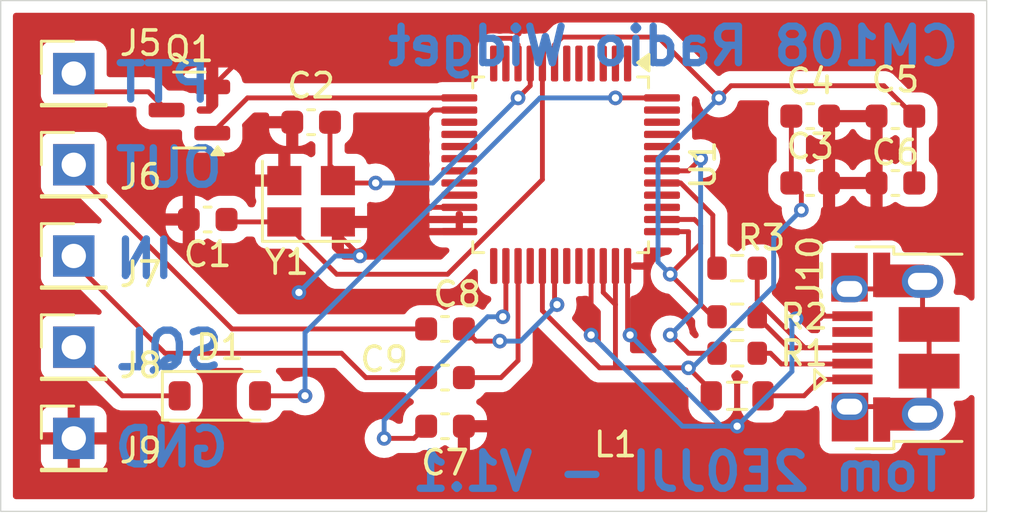
<source format=kicad_pcb>
(kicad_pcb (version 20240108) (generator "pcbnew") (generator_version "8.0")
  (layers (0 "F.Cu" signal) (31 "B.Cu" signal) (34 "B.Paste" user) (35 "F.Paste" user) (36 "B.SilkS" user "B.Silkscreen") (37 "F.SilkS" user "F.Silkscreen") (38 "B.Mask" user) (39 "F.Mask" user) (44 "Edge.Cuts" user))
  (net 0 "")
  (net 1 "GND")
  (net 2 "VCC")
  (net 3 "+3V3")
  (net 4 "AUDIO_OUT")
  (net 5 "AUDIO_IN")
  (net 6 "SQUELCH")
  (net 7 "PTT")
  (net 8 "unconnected-(J10-VBUS-Pad1)")
  (net 9 "unconnected-(J10-D--Pad2)")
  (net 10 "unconnected-(J10-D+-Pad3)")
  (net 11 "unconnected-(J10-Shield-Pad6)")
  (net 13 "Net-(D1-A)")
  (net 14 "Net-(U1-USBDM)")
  (net 15 "Net-(U1-XO)")
  (net 16 "Net-(U1-XI)")
  (net 17 "Net-(Q1-G)")
  (net 18 "NET-(U1-BGREF)")
  (net 19 "NET-(U1-USBDP)")
  (net 20 "Net-(U1-LOL)")
  (net 21 "Net-(U1-MICIN)")
  (footprint "Crystal:Crystal_SMD_3225-4Pin_3.2x2.5mm" (layer "F.Cu") (at 85.75 64.5)
    (property "Reference" "Y1" (at -1 2.5 0) (layer "F.SilkS"))
    (property "Value" "12M")
    (fp_line (start -2 -1.65) (end -2 1.65) (stroke (width 0.12)) (layer "F.SilkS"))
    (fp_line (start -2 1.65) (end 2 1.65) (stroke (width 0.12)) (layer "F.SilkS"))
    (pad "1" smd rect (at -1.1 0.85) (size 1.4 1.2) (layers "F.Cu" "F.Paste" "F.Mask") (net 16 "Net-(U1-XI)"))
    (pad "2" smd rect (at 1.1 0.85) (size 1.4 1.2) (layers "F.Cu" "F.Paste" "F.Mask") (net 1 "GND"))
    (pad "3" smd rect (at 1.1 -0.85) (size 1.4 1.2) (layers "F.Cu" "F.Paste" "F.Mask") (net 15 "Net-(U1-XO)"))
    (pad "4" smd rect (at -1.1 -0.85) (size 1.4 1.2) (layers "F.Cu" "F.Paste" "F.Mask") (net 1 "GND"))
  )
  (footprint "Capacitor_SMD:C_0603_1608Metric" (layer "F.Cu") (at 109.75 61 180)
    (property "Reference" "C5" (at 0 1.5 0) (layer "F.SilkS"))
    (property "Value" "100n")
    (fp_line (start -0.14058 0.51) (end 0.14058 0.51) (stroke (width 0.12)) (layer "F.SilkS"))
    (fp_line (start -0.14058 -0.51) (end 0.14058 -0.51) (stroke (width 0.12)) (layer "F.SilkS"))
    (pad "1" smd roundrect (at -0.775 0 180) (size 0.9 0.95) (layers "F.Cu" "F.Paste" "F.Mask") (net 3 "+3V3"))
    (pad "2" smd roundrect (at 0.775 0 180) (size 0.9 0.95) (layers "F.Cu" "F.Paste" "F.Mask") (net 1 "GND"))
  )
  (footprint "Package_TO_SOT_SMD:SOT-23" (layer "F.Cu") (at 80.75 60.75 180)
    (property "Reference" "Q1" (at 0 2.5 0) (layer "F.SilkS"))
    (property "Value" "BSS138")
    (fp_line (start 0 1.56) (end 0.65 1.56) (stroke (width 0.12)) (layer "F.SilkS"))
    (fp_line (start 0 1.56) (end -0.65 1.56) (stroke (width 0.12)) (layer "F.SilkS"))
    (fp_line (start 0 -1.56) (end 0.65 -1.56) (stroke (width 0.12)) (layer "F.SilkS"))
    (fp_line (start 0 -1.56) (end -0.65 -1.56) (stroke (width 0.12)) (layer "F.SilkS"))
    (fp_poly (pts (xy -1.1625 -1.51) (xy -1.4025 -1.84) (xy -0.9225 -1.84) (xy -1.1625 -1.51)) (stroke (width 0.12)) (fill solid) (layer "F.SilkS"))
    (pad "1" smd roundrect (at -0.9375 -0.95 180) (size 1.475 0.6) (layers "F.Cu" "F.Paste" "F.Mask") (net 17 "Net-(Q1-G)"))
    (pad "2" smd roundrect (at -0.9375 0.95 180) (size 1.475 0.6) (layers "F.Cu" "F.Paste" "F.Mask") (net 1 "GND"))
    (pad "3" smd roundrect (at 0.9375 0 180) (size 1.475 0.6) (layers "F.Cu" "F.Paste" "F.Mask") (net 7 "PTT"))
  )
  (footprint "Inductor_SMD:L_0805_2012Metric" (layer "F.Cu") (at 103.25 72.5)
    (property "Reference" "L1" (at -5 2 0) (layer "F.SilkS"))
    (property "Value" "10u")
    (fp_line (start -0.399622 -0.56) (end 0.399622 -0.56) (stroke (width 0.12)) (layer "F.SilkS"))
    (fp_line (start -0.399622 0.56) (end 0.399622 0.56) (stroke (width 0.12)) (layer "F.SilkS"))
    (pad "1" smd roundrect (at -1.0625 0) (size 0.875 1.2) (layers "F.Cu" "F.Paste" "F.Mask") (net 2 "VCC"))
    (pad "2" smd roundrect (at 1.0625 0) (size 0.875 1.2) (layers "F.Cu" "F.Paste" "F.Mask") (net 8 "unconnected-(J10-VBUS-Pad1)"))
  )
  (footprint "Connector_PinHeader_2.54mm:PinHeader_1x01_P2.54mm_Vertical" (layer "F.Cu") (at 76 63)
    (property "Reference" "J6" (at 2.75 0.5 0) (layer "F.SilkS"))
    (property "Value" "AUDIO_OUT")
    (fp_line (start -1.33 -1.33) (end 0 -1.33) (stroke (width 0.12)) (layer "F.SilkS"))
    (fp_line (start -1.33 0) (end -1.33 -1.33) (stroke (width 0.12)) (layer "F.SilkS"))
    (fp_line (start -1.33 1.27) (end -1.33 1.33) (stroke (width 0.12)) (layer "F.SilkS"))
    (fp_line (start -1.33 1.27) (end 1.33 1.27) (stroke (width 0.12)) (layer "F.SilkS"))
    (fp_line (start -1.33 1.33) (end 1.33 1.33) (stroke (width 0.12)) (layer "F.SilkS"))
    (fp_line (start 1.33 1.27) (end 1.33 1.33) (stroke (width 0.12)) (layer "F.SilkS"))
    (pad "1" thru_hole rect (at 0 0) (size 1.7 1.7) (drill 1) (layers "*.Cu" "*.Mask") (net 4 "AUDIO_OUT"))
  )
  (footprint "Capacitor_SMD:C_0603_1608Metric" (layer "F.Cu") (at 106.25 63.75)
    (property "Reference" "C3" (at 0 -1.5 0) (layer "F.SilkS"))
    (property "Value" "100n")
    (fp_line (start -0.14058 -0.51) (end 0.14058 -0.51) (stroke (width 0.12)) (layer "F.SilkS"))
    (fp_line (start -0.14058 0.51) (end 0.14058 0.51) (stroke (width 0.12)) (layer "F.SilkS"))
    (pad "1" smd roundrect (at -0.775 0) (size 0.9 0.95) (layers "F.Cu" "F.Paste" "F.Mask") (net 2 "VCC"))
    (pad "2" smd roundrect (at 0.775 0) (size 0.9 0.95) (layers "F.Cu" "F.Paste" "F.Mask") (net 1 "GND"))
  )
  (footprint "Capacitor_SMD:C_0603_1608Metric" (layer "F.Cu") (at 91.25 71.75)
    (property "Reference" "C9" (at -2.5 -0.75 0) (layer "F.SilkS"))
    (property "Value" "1u")
    (fp_line (start -0.14058 -0.51) (end 0.14058 -0.51) (stroke (width 0.12)) (layer "F.SilkS"))
    (fp_line (start -0.14058 0.51) (end 0.14058 0.51) (stroke (width 0.12)) (layer "F.SilkS"))
    (pad "1" smd roundrect (at -0.775 0) (size 0.9 0.95) (layers "F.Cu" "F.Paste" "F.Mask") (net 5 "AUDIO_IN"))
    (pad "2" smd roundrect (at 0.775 0) (size 0.9 0.95) (layers "F.Cu" "F.Paste" "F.Mask") (net 21 "Net-(U1-MICIN)"))
  )
  (footprint "Connector_PinHeader_2.54mm:PinHeader_1x01_P2.54mm_Vertical" (layer "F.Cu") (at 76 70.5)
    (property "Reference" "J8" (at 2.75 0.75 0) (layer "F.SilkS"))
    (property "Value" "SQUELCH")
    (fp_line (start -1.33 -1.33) (end 0 -1.33) (stroke (width 0.12)) (layer "F.SilkS"))
    (fp_line (start -1.33 0) (end -1.33 -1.33) (stroke (width 0.12)) (layer "F.SilkS"))
    (fp_line (start -1.33 1.27) (end -1.33 1.33) (stroke (width 0.12)) (layer "F.SilkS"))
    (fp_line (start -1.33 1.27) (end 1.33 1.27) (stroke (width 0.12)) (layer "F.SilkS"))
    (fp_line (start -1.33 1.33) (end 1.33 1.33) (stroke (width 0.12)) (layer "F.SilkS"))
    (fp_line (start 1.33 1.27) (end 1.33 1.33) (stroke (width 0.12)) (layer "F.SilkS"))
    (pad "1" thru_hole rect (at 0 0) (size 1.7 1.7) (drill 1) (layers "*.Cu" "*.Mask") (net 6 "SQUELCH"))
  )
  (footprint "Resistor_SMD:R_0603_1608Metric" (layer "F.Cu") (at 103.25 70.75)
    (property "Reference" "R1" (at 2.75 0 0) (layer "F.SilkS"))
    (property "Value" "22")
    (fp_line (start -0.237258 -0.5225) (end 0.237258 -0.5225) (stroke (width 0.12)) (layer "F.SilkS"))
    (fp_line (start -0.237258 0.5225) (end 0.237258 0.5225) (stroke (width 0.12)) (layer "F.SilkS"))
    (pad "1" smd roundrect (at -0.825 0) (size 0.8 0.95) (layers "F.Cu" "F.Paste" "F.Mask") (net 14 "Net-(U1-USBDM)"))
    (pad "2" smd roundrect (at 0.825 0) (size 0.8 0.95) (layers "F.Cu" "F.Paste" "F.Mask") (net 9 "unconnected-(J10-D--Pad2)"))
  )
  (footprint "Package_QFP:LQFP-48_7x7mm_P0.5mm" (layer "F.Cu") (at 96 63 -90)
    (property "Reference" "U1" (at 0 -5.85 90) (layer "F.SilkS"))
    (property "Value" "CM108AH")
    (fp_line (start -3.61 3.61) (end -3.61 3.16) (stroke (width 0.12)) (layer "F.SilkS"))
    (fp_line (start -3.16 3.61) (end -3.61 3.61) (stroke (width 0.12)) (layer "F.SilkS"))
    (fp_line (start 3.16 3.61) (end 3.61 3.61) (stroke (width 0.12)) (layer "F.SilkS"))
    (fp_line (start 3.61 3.61) (end 3.61 3.16) (stroke (width 0.12)) (layer "F.SilkS"))
    (fp_line (start -3.61 -3.61) (end -3.61 -3.16) (stroke (width 0.12)) (layer "F.SilkS"))
    (fp_line (start -3.16 -3.61) (end -3.61 -3.61) (stroke (width 0.12)) (layer "F.SilkS"))
    (fp_line (start 3.16 -3.61) (end 3.61 -3.61) (stroke (width 0.12)) (layer "F.SilkS"))
    (fp_line (start 3.61 -3.61) (end 3.61 -3.16) (stroke (width 0.12)) (layer "F.SilkS"))
    (fp_poly (pts (xy -4.2 -3.16) (xy -4.54 -3.63) (xy -3.86 -3.63) (xy -4.2 -3.16)) (stroke (width 0.12)) (fill solid) (layer "F.SilkS"))
    (pad "1" smd roundrect (at -4.1625 -2.75 270) (size 1.475 0.3) (layers "F.Cu" "F.Paste" "F.Mask"))
    (pad "2" smd roundrect (at -4.1625 -2.25 270) (size 1.475 0.3) (layers "F.Cu" "F.Paste" "F.Mask"))
    (pad "3" smd roundrect (at -4.1625 -1.75 270) (size 1.475 0.3) (layers "F.Cu" "F.Paste" "F.Mask"))
    (pad "4" smd roundrect (at -4.1625 -1.25 270) (size 1.475 0.3) (layers "F.Cu" "F.Paste" "F.Mask"))
    (pad "5" smd roundrect (at -4.1625 -0.75 270) (size 1.475 0.3) (layers "F.Cu" "F.Paste" "F.Mask"))
    (pad "6" smd roundrect (at -4.1625 -0.25 270) (size 1.475 0.3) (layers "F.Cu" "F.Paste" "F.Mask"))
    (pad "7" smd roundrect (at -4.1625 0.25 270) (size 1.475 0.3) (layers "F.Cu" "F.Paste" "F.Mask") (net 3 "+3V3"))
    (pad "8" smd roundrect (at -4.1625 0.75 270) (size 1.475 0.3) (layers "F.Cu" "F.Paste" "F.Mask") (net 16 "Net-(U1-XI)"))
    (pad "9" smd roundrect (at -4.1625 1.25 270) (size 1.475 0.3) (layers "F.Cu" "F.Paste" "F.Mask") (net 15 "Net-(U1-XO)"))
    (pad "10" smd roundrect (at -4.1625 1.75 270) (size 1.475 0.3) (layers "F.Cu" "F.Paste" "F.Mask") (net 1 "GND"))
    (pad "11" smd roundrect (at -4.1625 2.25 270) (size 1.475 0.3) (layers "F.Cu" "F.Paste" "F.Mask"))
    (pad "12" smd roundrect (at -4.1625 2.75 270) (size 1.475 0.3) (layers "F.Cu" "F.Paste" "F.Mask"))
    (pad "13" smd roundrect (at -2.75 4.1625 270) (size 0.3 1.475) (layers "F.Cu" "F.Paste" "F.Mask") (net 17 "Net-(Q1-G)"))
    (pad "14" smd roundrect (at -2.25 4.1625 270) (size 0.3 1.475) (layers "F.Cu" "F.Paste" "F.Mask") (net 1 "GND"))
    (pad "15" smd roundrect (at -1.75 4.1625 270) (size 0.3 1.475) (layers "F.Cu" "F.Paste" "F.Mask"))
    (pad "16" smd roundrect (at -1.25 4.1625 270) (size 0.3 1.475) (layers "F.Cu" "F.Paste" "F.Mask"))
    (pad "17" smd roundrect (at -0.75 4.1625 270) (size 0.3 1.475) (layers "F.Cu" "F.Paste" "F.Mask"))
    (pad "18" smd roundrect (at -0.25 4.1625 270) (size 0.3 1.475) (layers "F.Cu" "F.Paste" "F.Mask"))
    (pad "19" smd roundrect (at 0.25 4.1625 270) (size 0.3 1.475) (layers "F.Cu" "F.Paste" "F.Mask"))
    (pad "20" smd roundrect (at 0.75 4.1625 270) (size 0.3 1.475) (layers "F.Cu" "F.Paste" "F.Mask"))
    (pad "21" smd roundrect (at 1.25 4.1625 270) (size 0.3 1.475) (layers "F.Cu" "F.Paste" "F.Mask"))
    (pad "22" smd roundrect (at 1.75 4.1625 270) (size 0.3 1.475) (layers "F.Cu" "F.Paste" "F.Mask") (net 1 "GND"))
    (pad "23" smd roundrect (at 2.25 4.1625 270) (size 0.3 1.475) (layers "F.Cu" "F.Paste" "F.Mask") (net 1 "GND"))
    (pad "24" smd roundrect (at 2.75 4.1625 270) (size 0.3 1.475) (layers "F.Cu" "F.Paste" "F.Mask") (net 1 "GND"))
    (pad "25" smd roundrect (at 4.1625 2.75 270) (size 1.475 0.3) (layers "F.Cu" "F.Paste" "F.Mask"))
    (pad "26" smd roundrect (at 4.1625 2.25 270) (size 1.475 0.3) (layers "F.Cu" "F.Paste" "F.Mask") (net 18 "NET-(U1-BGREF)"))
    (pad "27" smd roundrect (at 4.1625 1.75 270) (size 1.475 0.3) (layers "F.Cu" "F.Paste" "F.Mask") (net 21 "Net-(U1-MICIN)"))
    (pad "28" smd roundrect (at 4.1625 1.25 270) (size 1.475 0.3) (layers "F.Cu" "F.Paste" "F.Mask"))
    (pad "29" smd roundrect (at 4.1625 0.75 270) (size 1.475 0.3) (layers "F.Cu" "F.Paste" "F.Mask") (net 2 "VCC"))
    (pad "30" smd roundrect (at 4.1625 0.25 270) (size 1.475 0.3) (layers "F.Cu" "F.Paste" "F.Mask") (net 20 "Net-(U1-LOL)"))
    (pad "31" smd roundrect (at 4.1625 -0.25 270) (size 1.475 0.3) (layers "F.Cu" "F.Paste" "F.Mask"))
    (pad "32" smd roundrect (at 4.1625 -0.75 270) (size 1.475 0.3) (layers "F.Cu" "F.Paste" "F.Mask"))
    (pad "33" smd roundrect (at 4.1625 -1.25 270) (size 1.475 0.3) (layers "F.Cu" "F.Paste" "F.Mask") (net 1 "GND"))
    (pad "34" smd roundrect (at 4.1625 -1.75 270) (size 1.475 0.3) (layers "F.Cu" "F.Paste" "F.Mask") (net 2 "VCC"))
    (pad "35" smd roundrect (at 4.1625 -2.25 270) (size 1.475 0.3) (layers "F.Cu" "F.Paste" "F.Mask") (net 2 "VCC"))
    (pad "36" smd roundrect (at 4.1625 -2.75 270) (size 1.475 0.3) (layers "F.Cu" "F.Paste" "F.Mask") (net 1 "GND"))
    (pad "37" smd roundrect (at 2.75 -4.1625 270) (size 0.3 1.475) (layers "F.Cu" "F.Paste" "F.Mask") (net 3 "+3V3"))
    (pad "38" smd roundrect (at 2.25 -4.1625 270) (size 0.3 1.475) (layers "F.Cu" "F.Paste" "F.Mask") (net 3 "+3V3"))
    (pad "39" smd roundrect (at 1.75 -4.1625 270) (size 0.3 1.475) (layers "F.Cu" "F.Paste" "F.Mask"))
    (pad "40" smd roundrect (at 1.25 -4.1625 270) (size 0.3 1.475) (layers "F.Cu" "F.Paste" "F.Mask"))
    (pad "41" smd roundrect (at 0.75 -4.1625 270) (size 0.3 1.475) (layers "F.Cu" "F.Paste" "F.Mask") (net 19 "NET-(U1-USBDP)"))
    (pad "42" smd roundrect (at 0.25 -4.1625 270) (size 0.3 1.475) (layers "F.Cu" "F.Paste" "F.Mask") (net 14 "Net-(U1-USBDM)"))
    (pad "43" smd roundrect (at -0.25 -4.1625 270) (size 0.3 1.475) (layers "F.Cu" "F.Paste" "F.Mask"))
    (pad "44" smd roundrect (at -0.75 -4.1625 270) (size 0.3 1.475) (layers "F.Cu" "F.Paste" "F.Mask"))
    (pad "45" smd roundrect (at -1.25 -4.1625 270) (size 0.3 1.475) (layers "F.Cu" "F.Paste" "F.Mask"))
    (pad "46" smd roundrect (at -1.75 -4.1625 270) (size 0.3 1.475) (layers "F.Cu" "F.Paste" "F.Mask"))
    (pad "47" smd roundrect (at -2.25 -4.1625 270) (size 0.3 1.475) (layers "F.Cu" "F.Paste" "F.Mask"))
    (pad "48" smd roundrect (at -2.75 -4.1625 270) (size 0.3 1.475) (layers "F.Cu" "F.Paste" "F.Mask") (net 13 "Net-(D1-A)"))
  )
  (footprint "Diode_SMD:D_SOD-123" (layer "F.Cu") (at 82 72.5)
    (property "Reference" "D1" (at 0 -2 0) (layer "F.SilkS"))
    (property "Value" "B5819W(BAT46W)")
    (fp_line (start -2.36 -1) (end -2.36 1) (stroke (width 0.12)) (layer "F.SilkS"))
    (fp_line (start -2.36 -1) (end 1.65 -1) (stroke (width 0.12)) (layer "F.SilkS"))
    (fp_line (start -2.36 1) (end 1.65 1) (stroke (width 0.12)) (layer "F.SilkS"))
    (pad "1" smd roundrect (at -1.65 0) (size 0.9 1.2) (layers "F.Cu" "F.Paste" "F.Mask") (net 6 "SQUELCH"))
    (pad "2" smd roundrect (at 1.65 0) (size 0.9 1.2) (layers "F.Cu" "F.Paste" "F.Mask") (net 13 "Net-(D1-A)"))
  )
  (footprint "Capacitor_SMD:C_0603_1608Metric" (layer "F.Cu") (at 106.25 61)
    (property "Reference" "C4" (at 0 -1.43 0) (layer "F.SilkS"))
    (property "Value" "4.7u")
    (fp_line (start -0.14058 -0.51) (end 0.14058 -0.51) (stroke (width 0.12)) (layer "F.SilkS"))
    (fp_line (start -0.14058 0.51) (end 0.14058 0.51) (stroke (width 0.12)) (layer "F.SilkS"))
    (pad "1" smd roundrect (at -0.775 0) (size 0.9 0.95) (layers "F.Cu" "F.Paste" "F.Mask") (net 2 "VCC"))
    (pad "2" smd roundrect (at 0.775 0) (size 0.9 0.95) (layers "F.Cu" "F.Paste" "F.Mask") (net 1 "GND"))
  )
  (footprint "Connector_PinHeader_2.54mm:PinHeader_1x01_P2.54mm_Vertical" (layer "F.Cu") (at 76 59.25)
    (property "Reference" "J5" (at 2.75 -1.25 0) (layer "F.SilkS"))
    (property "Value" "PTT")
    (fp_line (start -1.33 -1.33) (end 0 -1.33) (stroke (width 0.12)) (layer "F.SilkS"))
    (fp_line (start -1.33 0) (end -1.33 -1.33) (stroke (width 0.12)) (layer "F.SilkS"))
    (fp_line (start -1.33 1.27) (end -1.33 1.33) (stroke (width 0.12)) (layer "F.SilkS"))
    (fp_line (start -1.33 1.27) (end 1.33 1.27) (stroke (width 0.12)) (layer "F.SilkS"))
    (fp_line (start -1.33 1.33) (end 1.33 1.33) (stroke (width 0.12)) (layer "F.SilkS"))
    (fp_line (start 1.33 1.27) (end 1.33 1.33) (stroke (width 0.12)) (layer "F.SilkS"))
    (pad "1" thru_hole rect (at 0 0) (size 1.7 1.7) (drill 1) (layers "*.Cu" "*.Mask") (net 7 "PTT"))
  )
  (footprint "Capacitor_SMD:C_0603_1608Metric" (layer "F.Cu") (at 85.75 61.25)
    (property "Reference" "C2" (at 0 -1.5 0) (layer "F.SilkS"))
    (property "Value" "20p")
    (fp_line (start -0.14058 -0.51) (end 0.14058 -0.51) (stroke (width 0.12)) (layer "F.SilkS"))
    (fp_line (start -0.14058 0.51) (end 0.14058 0.51) (stroke (width 0.12)) (layer "F.SilkS"))
    (pad "1" smd roundrect (at -0.775 0) (size 0.9 0.95) (layers "F.Cu" "F.Paste" "F.Mask") (net 1 "GND"))
    (pad "2" smd roundrect (at 0.775 0) (size 0.9 0.95) (layers "F.Cu" "F.Paste" "F.Mask") (net 15 "Net-(U1-XO)"))
  )
  (footprint "Capacitor_SMD:C_0603_1608Metric" (layer "F.Cu") (at 109.75 63.75 180)
    (property "Reference" "C6" (at 0 1.25 0) (layer "F.SilkS"))
    (property "Value" "4.7u")
    (fp_line (start -0.14058 0.51) (end 0.14058 0.51) (stroke (width 0.12)) (layer "F.SilkS"))
    (fp_line (start -0.14058 -0.51) (end 0.14058 -0.51) (stroke (width 0.12)) (layer "F.SilkS"))
    (pad "1" smd roundrect (at -0.775 0 180) (size 0.9 0.95) (layers "F.Cu" "F.Paste" "F.Mask") (net 3 "+3V3"))
    (pad "2" smd roundrect (at 0.775 0 180) (size 0.9 0.95) (layers "F.Cu" "F.Paste" "F.Mask") (net 1 "GND"))
  )
  (footprint "Resistor_SMD:R_0603_1608Metric" (layer "F.Cu") (at 103.25 67.25)
    (property "Reference" "R3" (at 1 -1.25 0) (layer "F.SilkS"))
    (property "Value" "22")
    (fp_line (start -0.237258 -0.5225) (end 0.237258 -0.5225) (stroke (width 0.12)) (layer "F.SilkS"))
    (fp_line (start -0.237258 0.5225) (end 0.237258 0.5225) (stroke (width 0.12)) (layer "F.SilkS"))
    (pad "1" smd roundrect (at -0.825 0) (size 0.8 0.95) (layers "F.Cu" "F.Paste" "F.Mask") (net 19 "NET-(U1-USBDP)"))
    (pad "2" smd roundrect (at 0.825 0) (size 0.8 0.95) (layers "F.Cu" "F.Paste" "F.Mask") (net 10 "unconnected-(J10-D+-Pad3)"))
  )
  (footprint "Capacitor_SMD:C_0603_1608Metric" (layer "F.Cu") (at 81.5 65.25 180)
    (property "Reference" "C1" (at 0 -1.43 360) (layer "F.SilkS"))
    (property "Value" "20p")
    (fp_line (start -0.14058 0.51) (end 0.14058 0.51) (stroke (width 0.12)) (layer "F.SilkS"))
    (fp_line (start -0.14058 -0.51) (end 0.14058 -0.51) (stroke (width 0.12)) (layer "F.SilkS"))
    (pad "1" smd roundrect (at -0.775 0 180) (size 0.9 0.95) (layers "F.Cu" "F.Paste" "F.Mask") (net 16 "Net-(U1-XI)"))
    (pad "2" smd roundrect (at 0.775 0 180) (size 0.9 0.95) (layers "F.Cu" "F.Paste" "F.Mask") (net 1 "GND"))
  )
  (footprint "Connector_USB:USB_Micro-B_Amphenol_10103594-0001LF_Horizontal" (layer "F.Cu") (at 109.75 70.5 90)
    (property "Reference" "J10" (at 3.25 -3.5 90) (layer "F.SilkS"))
    (property "Value" "USB_B_Micro")
    (fp_line (start -0.925 -3.315) (end -1.325 -2.865) (stroke (width 0.12)) (layer "F.SilkS"))
    (fp_line (start -1.725 -3.315) (end -0.925 -3.315) (stroke (width 0.12)) (layer "F.SilkS"))
    (fp_line (start -1.325 -2.865) (end -1.725 -3.315) (stroke (width 0.12)) (layer "F.SilkS"))
    (fp_line (start 4.125 -0.065) (end 4.125 -1.615) (stroke (width 0.12)) (layer "F.SilkS"))
    (fp_line (start 3.825 -0.065) (end 4.125 -0.065) (stroke (width 0.12)) (layer "F.SilkS"))
    (fp_line (start -4.175 -0.065) (end -4.175 -1.615) (stroke (width 0.12)) (layer "F.SilkS"))
    (fp_line (start -4.175 -0.065) (end -3.875 -0.065) (stroke (width 0.12)) (layer "F.SilkS"))
    (fp_line (start 3.825 2.735) (end 3.825 -0.065) (stroke (width 0.12)) (layer "F.SilkS"))
    (fp_line (start -3.875 2.735) (end -3.875 -0.065) (stroke (width 0.12)) (layer "F.SilkS"))
    (pad "1" smd rect (at -1.325 -1.765 180) (size 1.65 0.4) (layers "F.Cu" "F.Paste" "F.Mask") (net 8 "unconnected-(J10-VBUS-Pad1)"))
    (pad "2" smd rect (at -0.675 -1.765 180) (size 1.65 0.4) (layers "F.Cu" "F.Paste" "F.Mask") (net 9 "unconnected-(J10-D--Pad2)"))
    (pad "3" smd rect (at -0.025 -1.765 180) (size 1.65 0.4) (layers "F.Cu" "F.Paste" "F.Mask") (net 10 "unconnected-(J10-D+-Pad3)"))
    (pad "4" smd rect (at 0.625 -1.765 180) (size 1.65 0.4) (layers "F.Cu" "F.Paste" "F.Mask"))
    (pad "5" smd rect (at 1.275 -1.765 180) (size 1.65 0.4) (layers "F.Cu" "F.Paste" "F.Mask") (net 1 "GND"))
    (pad "6" smd rect (at -2.975 -0.565 90) (size 1.825 0.7) (layers "F.Cu" "F.Paste" "F.Mask") (net 11 "unconnected-(J10-Shield-Pad6)"))
    (pad "6" smd rect (at -2.875 -1.865 90) (size 2 1.5) (layers "F.Cu" "F.Paste" "F.Mask") (net 11 "unconnected-(J10-Shield-Pad6)"))
    (pad "6" smd rect (at -2.755 0.185 90) (size 1.35 2) (layers "F.Cu" "F.Paste" "F.Mask") (net 11 "unconnected-(J10-Shield-Pad6)"))
    (pad "6" thru_hole oval (at -2.755 1.115 180) (size 1.7 1.35) (drill oval 1.2 0.7) (layers "*.Cu" "*.Mask") (net 11 "unconnected-(J10-Shield-Pad6)"))
    (pad "6" thru_hole oval (at -2.445 -1.885 180) (size 1.5 1.1) (drill oval 1.05 0.65) (layers "*.Cu" "*.Mask") (net 11 "unconnected-(J10-Shield-Pad6)"))
    (pad "6" smd rect (at -0.985 1.385 180) (size 2.5 1.43) (layers "F.Cu" "F.Paste" "F.Mask") (net 11 "unconnected-(J10-Shield-Pad6)"))
    (pad "6" smd rect (at 0.935 1.385 180) (size 2.5 1.43) (layers "F.Cu" "F.Paste" "F.Mask") (net 11 "unconnected-(J10-Shield-Pad6)"))
    (pad "6" thru_hole oval (at 2.395 -1.885 180) (size 1.5 1.1) (drill oval 1.05 0.65) (layers "*.Cu" "*.Mask") (net 11 "unconnected-(J10-Shield-Pad6)"))
    (pad "6" thru_hole oval (at 2.705 1.115 180) (size 1.7 1.35) (drill oval 1.2 0.7) (layers "*.Cu" "*.Mask") (net 11 "unconnected-(J10-Shield-Pad6)"))
    (pad "6" smd rect (at 2.725 0.185 90) (size 1.35 2) (layers "F.Cu" "F.Paste" "F.Mask") (net 11 "unconnected-(J10-Shield-Pad6)"))
    (pad "6" smd rect (at 2.875 -1.885 90) (size 2 1.5) (layers "F.Cu" "F.Paste" "F.Mask") (net 11 "unconnected-(J10-Shield-Pad6)"))
    (pad "6" smd rect (at 2.975 -0.565 90) (size 1.825 0.7) (layers "F.Cu" "F.Paste" "F.Mask") (net 11 "unconnected-(J10-Shield-Pad6)"))
  )
  (footprint "Connector_PinHeader_2.54mm:PinHeader_1x01_P2.54mm_Vertical" (layer "F.Cu") (at 76 66.75)
    (property "Reference" "J7" (at 2.75 0.75 0) (layer "F.SilkS"))
    (property "Value" "AUDIO_IN")
    (fp_line (start -1.33 -1.33) (end 0 -1.33) (stroke (width 0.12)) (layer "F.SilkS"))
    (fp_line (start -1.33 0) (end -1.33 -1.33) (stroke (width 0.12)) (layer "F.SilkS"))
    (fp_line (start -1.33 1.27) (end -1.33 1.33) (stroke (width 0.12)) (layer "F.SilkS"))
    (fp_line (start -1.33 1.27) (end 1.33 1.27) (stroke (width 0.12)) (layer "F.SilkS"))
    (fp_line (start -1.33 1.33) (end 1.33 1.33) (stroke (width 0.12)) (layer "F.SilkS"))
    (fp_line (start 1.33 1.27) (end 1.33 1.33) (stroke (width 0.12)) (layer "F.SilkS"))
    (pad "1" thru_hole rect (at 0 0) (size 1.7 1.7) (drill 1) (layers "*.Cu" "*.Mask") (net 5 "AUDIO_IN"))
  )
  (footprint "Capacitor_SMD:C_0603_1608Metric" (layer "F.Cu") (at 91.25 69.75)
    (property "Reference" "C8" (at 0.5 -1.43 0) (layer "F.SilkS"))
    (property "Value" "1u")
    (fp_line (start -0.14058 -0.51) (end 0.14058 -0.51) (stroke (width 0.12)) (layer "F.SilkS"))
    (fp_line (start -0.14058 0.51) (end 0.14058 0.51) (stroke (width 0.12)) (layer "F.SilkS"))
    (pad "1" smd roundrect (at -0.775 0) (size 0.9 0.95) (layers "F.Cu" "F.Paste" "F.Mask") (net 4 "AUDIO_OUT"))
    (pad "2" smd roundrect (at 0.775 0) (size 0.9 0.95) (layers "F.Cu" "F.Paste" "F.Mask") (net 20 "Net-(U1-LOL)"))
  )
  (footprint "Resistor_SMD:R_0603_1608Metric" (layer "F.Cu") (at 103.25 69.25 180)
    (property "Reference" "R2" (at -2.75 0 0) (layer "F.SilkS"))
    (property "Value" "1.5k")
    (fp_line (start -0.237258 0.5225) (end 0.237258 0.5225) (stroke (width 0.12)) (layer "F.SilkS"))
    (fp_line (start -0.237258 -0.5225) (end 0.237258 -0.5225) (stroke (width 0.12)) (layer "F.SilkS"))
    (pad "1" smd roundrect (at -0.825 0 180) (size 0.8 0.95) (layers "F.Cu" "F.Paste" "F.Mask") (net 10 "unconnected-(J10-D+-Pad3)"))
    (pad "2" smd roundrect (at 0.825 0 180) (size 0.8 0.95) (layers "F.Cu" "F.Paste" "F.Mask") (net 3 "+3V3"))
  )
  (footprint "Connector_PinHeader_2.54mm:PinHeader_1x01_P2.54mm_Vertical" (layer "F.Cu") (at 76 74.25)
    (property "Reference" "J9" (at 2.75 0.5 0) (layer "F.SilkS"))
    (property "Value" "GND")
    (fp_line (start -1.33 -1.33) (end 0 -1.33) (stroke (width 0.12)) (layer "F.SilkS"))
    (fp_line (start -1.33 0) (end -1.33 -1.33) (stroke (width 0.12)) (layer "F.SilkS"))
    (fp_line (start -1.33 1.27) (end -1.33 1.33) (stroke (width 0.12)) (layer "F.SilkS"))
    (fp_line (start -1.33 1.27) (end 1.33 1.27) (stroke (width 0.12)) (layer "F.SilkS"))
    (fp_line (start -1.33 1.33) (end 1.33 1.33) (stroke (width 0.12)) (layer "F.SilkS"))
    (fp_line (start 1.33 1.27) (end 1.33 1.33) (stroke (width 0.12)) (layer "F.SilkS"))
    (pad "1" thru_hole rect (at 0 0) (size 1.7 1.7) (drill 1) (layers "*.Cu" "*.Mask") (net 1 "GND"))
  )
  (footprint "Capacitor_SMD:C_0603_1608Metric" (layer "F.Cu") (at 91.25 73.75)
    (property "Reference" "C7" (at 0 1.5 0) (layer "F.SilkS"))
    (property "Value" "4.7u")
    (fp_line (start -0.14058 -0.51) (end 0.14058 -0.51) (stroke (width 0.12)) (layer "F.SilkS"))
    (fp_line (start -0.14058 0.51) (end 0.14058 0.51) (stroke (width 0.12)) (layer "F.SilkS"))
    (pad "1" smd roundrect (at -0.775 0) (size 0.9 0.95) (layers "F.Cu" "F.Paste" "F.Mask") (net 18 "NET-(U1-BGREF)"))
    (pad "2" smd roundrect (at 0.775 0) (size 0.9 0.95) (layers "F.Cu" "F.Paste" "F.Mask") (net 1 "GND"))
  )
  (gr_rect (start 73 56.25) (end 113.5 77.25) (stroke (width 0.05)) (fill none) (layer "Edge.Cuts"))
  (gr_text "CM108 Radio Widget" (at 112.5 59 0) (layer "B.Cu") (effects (font (size 1.5 1.5) (thickness 0.3) (bold yes)) (justify left bottom mirror)))
  (gr_text "IN" (at 80.25 67.75 0) (layer "B.Cu") (effects (font (size 1.5 1.5) (thickness 0.3) (bold yes)) (justify left bottom mirror)))
  (gr_text "PTT" (at 81.75 60.5 0) (layer "B.Cu") (effects (font (size 1.5 1.5) (thickness 0.3) (bold yes)) (justify left bottom mirror)))
  (gr_text "GND" (at 82.5 75.5 0) (layer "B.Cu") (effects (font (size 1.5 1.5) (thickness 0.3) (bold yes)) (justify left bottom mirror)))
  (gr_text "OUT" (at 82.25 64 0) (layer "B.Cu") (effects (font (size 1.5 1.5) (thickness 0.3) (bold yes)) (justify left bottom mirror)))
  (gr_text "Tom 2E0JJI - V1.1" (at 112 76.5 0) (layer "B.Cu") (effects (font (size 1.5 1.5) (thickness 0.3) (bold yes)) (justify left bottom mirror)))
  (gr_text "SQL" (at 82.25 71.5 0) (layer "B.Cu") (effects (font (size 1.5 1.5) (thickness 0.3) (bold yes)) (justify left bottom mirror)))
  (segment (start 108.975 61) (end 108.725 60.75) (width 0.2) (layer "F.Cu") (net 1))
  (segment (start 105.975 69.225) (end 107.985 69.225) (width 0.2) (layer "F.Cu") (net 1))
  (segment (start 98.75 67.1625) (end 98.75 69.9) (width 0.2) (layer "F.Cu") (net 1))
  (segment (start 105.674265 69.325735) (end 105.874265 69.325735) (width 0.2) (layer "F.Cu") (net 1))
  (segment (start 107.275 64) (end 107.025 63.75) (width 0.2) (layer "F.Cu") (net 1))
  (segment (start 91.06759 60.75) (end 91.8375 60.75) (width 0.2) (layer "F.Cu") (net 1))
  (segment (start 91.8375 64.75) (end 90.5 64.75) (width 0.2) (layer "F.Cu") (net 1))
  (segment (start 91.8375 60.75) (end 90.75 60.75) (width 0.2) (layer "F.Cu") (net 1))
  (segment (start 86.85 65.35) (end 86.85 65.85) (width 0.2) (layer "F.Cu") (net 1))
  (segment (start 94.25 58.06759) (end 93.98241 57.8) (width 0.2) (layer "F.Cu") (net 1))
  (segment (start 90.75 60.75) (end 90 61.5) (width 0.2) (layer "F.Cu") (net 1))
  (segment (start 107.275 60.75) (end 107.025 61) (width 0.2) (layer "F.Cu") (net 1))
  (segment (start 105.874265 69.325735) (end 105.975 69.225) (width 0.2) (layer "F.Cu") (net 1))
  (segment (start 97.25 67.1625) (end 97.25 70) (width 0.2) (layer "F.Cu") (net 1))
  (segment (start 98.75 67.1625) (end 99.4125 67.1625) (width 0.2) (layer "F.Cu") (net 1))
  (segment (start 93.98241 57.8) (end 83.6875 57.8) (width 0.2) (layer "F.Cu") (net 1))
  (segment (start 98.75 69.9) (end 98.85 70) (width 0.2) (layer "F.Cu") (net 1))
  (segment (start 108.975 63.75) (end 108.725 64) (width 0.2) (layer "F.Cu") (net 1))
  (segment (start 84.65 61.575) (end 84.975 61.25) (width 0.2) (layer "F.Cu") (net 1))
  (segment (start 83.6875 57.8) (end 81.6875 59.8) (width 0.2) (layer "F.Cu") (net 1))
  (segment (start 86.85 65.85) (end 87.75 66.75) (width 0.2) (layer "F.Cu") (net 1))
  (segment (start 94.25 58.8375) (end 94.25 58.06759) (width 0.2) (layer "F.Cu") (net 1))
  (segment (start 99.4125 67.1625) (end 99.5 67.25) (width 0.2) (layer "F.Cu") (net 1))
  (via (at 87.75 66.75) (size 0.6) (drill 0.3) (layers "F.Cu" "B.Cu") (net 1))
  (via (at 98.85 70) (size 0.6) (drill 0.3) (layers "F.Cu" "B.Cu") (net 1))
  (via (at 97.25 70) (size 0.6) (drill 0.3) (layers "F.Cu" "B.Cu") (net 1))
  (via (at 85.25 68.25) (size 0.6) (drill 0.3) (layers "F.Cu" "B.Cu") (net 1))
  (via (at 105.674265 69.325735) (size 0.6) (drill 0.3) (layers "F.Cu" "B.Cu") (net 1))
  (via (at 103.25 73.75) (size 0.6) (drill 0.3) (layers "F.Cu" "B.Cu") (net 1))
  (segment (start 105.5 69.5) (end 105.674265 69.325735) (width 0.2) (layer "B.Cu") (net 1))
  (segment (start 86.75 66.75) (end 85.25 68.25) (width 0.2) (layer "B.Cu") (net 1))
  (segment (start 105.5 71.5) (end 105.5 69.5) (width 0.2) (layer "B.Cu") (net 1))
  (segment (start 102.6 73.75) (end 98.85 70) (width 0.2) (layer "B.Cu") (net 1))
  (segment (start 103.25 73.75) (end 101 73.75) (width 0.2) (layer "B.Cu") (net 1))
  (segment (start 101 73.75) (end 97.25 70) (width 0.2) (layer "B.Cu") (net 1))
  (segment (start 103.25 73.75) (end 102.6 73.75) (width 0.2) (layer "B.Cu") (net 1))
  (segment (start 103.25 73.75) (end 105.5 71.5) (width 0.2) (layer "B.Cu") (net 1))
  (segment (start 87.75 66.75) (end 86.75 66.75) (width 0.2) (layer "B.Cu") (net 1))
  (segment (start 105.886765 64.161765) (end 105.475 63.75) (width 0.2) (layer "F.Cu") (net 2))
  (segment (start 102.1875 72.5) (end 101.9375 72.75) (width 0.2) (layer "F.Cu") (net 2))
  (segment (start 95.25 69) (end 97.6 71.35) (width 0.2) (layer "F.Cu") (net 2))
  (segment (start 98.25 68.75) (end 98.25 71.25) (width 0.2) (layer "F.Cu") (net 2))
  (segment (start 105.475 63.75) (end 105.475 61) (width 0.2) (layer "F.Cu") (net 2))
  (segment (start 98.25 67.1625) (end 98.25 68.75) (width 0.2) (layer "F.Cu") (net 2))
  (segment (start 97.75 68.25) (end 98.25 68.75) (width 0.2) (layer "F.Cu") (net 2))
  (segment (start 97.6 71.35) (end 101.25 71.35) (width 0.2) (layer "F.Cu") (net 2))
  (segment (start 105.886765 64.863235) (end 105.886765 64.161765) (width 0.2) (layer "F.Cu") (net 2))
  (segment (start 102.1875 72.5) (end 102.1875 72.2875) (width 0.2) (layer "F.Cu") (net 2))
  (segment (start 102.1875 72.2875) (end 101.25 71.35) (width 0.2) (layer "F.Cu") (net 2))
  (segment (start 95.25 67.1625) (end 95.25 69) (width 0.2) (layer "F.Cu") (net 2))
  (segment (start 97.75 67.1625) (end 97.75 68.25) (width 0.2) (layer "F.Cu") (net 2))
  (via (at 101.25 71.35) (size 0.6) (drill 0.3) (layers "F.Cu" "B.Cu") (net 2))
  (via (at 105.886765 64.863235) (size 0.6) (drill 0.3) (layers "F.Cu" "B.Cu") (net 2))
  (segment (start 104.75 68) (end 104.75 66) (width 0.2) (layer "B.Cu") (net 2))
  (segment (start 104.75 66) (end 105.886765 64.863235) (width 0.2) (layer "B.Cu") (net 2))
  (segment (start 101.4 71.35) (end 104.75 68) (width 0.2) (layer "B.Cu") (net 2))
  (segment (start 101.25 71.35) (end 101.4 71.35) (width 0.2) (layer "B.Cu") (net 2))
  (segment (start 110.525 61) (end 110.525 63.75) (width 0.2) (layer "F.Cu") (net 3))
  (segment (start 102.5 60.25) (end 100 57.75) (width 0.2) (layer "F.Cu") (net 3))
  (segment (start 100.5 67.5) (end 102.25 69.25) (width 0.2) (layer "F.Cu") (net 3))
  (segment (start 100.5 67.5) (end 101.25 66.75) (width 0.2) (layer "F.Cu") (net 3))
  (segment (start 101.25 65.75) (end 100.1625 65.75) (width 0.2) (layer "F.Cu") (net 3))
  (segment (start 102.25 69.25) (end 102.425 69.25) (width 0.2) (layer "F.Cu") (net 3))
  (segment (start 101.75 65.5) (end 101.5 65.25) (width 0.2) (layer "F.Cu") (net 3))
  (segment (start 109.275 59.75) (end 110.525 61) (width 0.2) (layer "F.Cu") (net 3))
  (segment (start 100.5 67.5) (end 101.75 66.25) (width 0.2) (layer "F.Cu") (net 3))
  (segment (start 100 57.75) (end 96.06759 57.75) (width 0.2) (layer "F.Cu") (net 3))
  (segment (start 102.5 60.25) (end 103 59.75) (width 0.2) (layer "F.Cu") (net 3))
  (segment (start 103 59.75) (end 109.275 59.75) (width 0.2) (layer "F.Cu") (net 3))
  (segment (start 101.75 66.25) (end 101.75 65.5) (width 0.2) (layer "F.Cu") (net 3))
  (segment (start 101.5 65.25) (end 100.1625 65.25) (width 0.2) (layer "F.Cu") (net 3))
  (segment (start 101.25 66.75) (end 101.25 65.75) (width 0.2) (layer "F.Cu") (net 3))
  (segment (start 95.75 58.06759) (end 95.75 58.8375) (width 0.2) (layer "F.Cu") (net 3))
  (segment (start 96.06759 57.75) (end 95.75 58.06759) (width 0.2) (layer "F.Cu") (net 3))
  (via (at 102.5 60.25) (size 0.6) (drill 0.3) (layers "F.Cu" "B.Cu") (net 3))
  (via (at 100.5 67.5) (size 0.6) (drill 0.3) (layers "F.Cu" "B.Cu") (net 3))
  (segment (start 100 67) (end 100.5 67.5) (width 0.2) (layer "B.Cu") (net 3))
  (segment (start 100 62.75) (end 100 67) (width 0.2) (layer "B.Cu") (net 3))
  (segment (start 102.5 60.25) (end 100 62.75) (width 0.2) (layer "B.Cu") (net 3))
  (segment (start 82.5 69.75) (end 90.475 69.75) (width 0.2) (layer "F.Cu") (net 4))
  (segment (start 76 63) (end 76 63.25) (width 0.2) (layer "F.Cu") (net 4))
  (segment (start 76 63.25) (end 82.5 69.75) (width 0.2) (layer "F.Cu") (net 4))
  (segment (start 79.75 70.75) (end 76 67) (width 0.2) (layer "F.Cu") (net 5))
  (segment (start 87 70.75) (end 79.75 70.75) (width 0.2) (layer "F.Cu") (net 5))
  (segment (start 76 67) (end 76 66.75) (width 0.2) (layer "F.Cu") (net 5))
  (segment (start 90.475 71.75) (end 88 71.75) (width 0.2) (layer "F.Cu") (net 5))
  (segment (start 88 71.75) (end 87 70.75) (width 0.2) (layer "F.Cu") (net 5))
  (segment (start 78 72.5) (end 76 70.5) (width 0.2) (layer "F.Cu") (net 6))
  (segment (start 80.35 72.5) (end 78 72.5) (width 0.2) (layer "F.Cu") (net 6))
  (segment (start 76.75 60) (end 76 59.25) (width 0.2) (layer "F.Cu") (net 7))
  (segment (start 79.0625 60) (end 76.75 60) (width 0.2) (layer "F.Cu") (net 7))
  (segment (start 79.8125 60.75) (end 79.0625 60) (width 0.2) (layer "F.Cu") (net 7))
  (segment (start 106.675 71.825) (end 107.985 71.825) (width 0.2) (layer "F.Cu") (net 8))
  (segment (start 104.3125 72.5) (end 106 72.5) (width 0.2) (layer "F.Cu") (net 8))
  (segment (start 106 72.5) (end 106.675 71.825) (width 0.2) (layer "F.Cu") (net 8))
  (segment (start 104.075 70.75) (end 104.62 70.75) (width 0.2) (layer "F.Cu") (net 9))
  (segment (start 107.97 71.19) (end 107.985 71.175) (width 0.2) (layer "F.Cu") (net 9))
  (segment (start 105.06 71.19) (end 107.97 71.19) (width 0.2) (layer "F.Cu") (net 9))
  (segment (start 104.62 70.75) (end 105.06 71.19) (width 0.2) (layer "F.Cu") (net 9))
  (segment (start 105.35 70.525) (end 107.985 70.525) (width 0.2) (layer "F.Cu") (net 10))
  (segment (start 106.025 70.525) (end 107.985 70.525) (width 0.2) (layer "F.Cu") (net 10))
  (segment (start 104.075 68.575) (end 106.025 70.525) (width 0.2) (layer "F.Cu") (net 10))
  (segment (start 104.075 67.25) (end 104.075 68.575) (width 0.2) (layer "F.Cu") (net 10))
  (segment (start 104.075 69.25) (end 105.35 70.525) (width 0.2) (layer "F.Cu") (net 10))
  (segment (start 107.865 68.105) (end 110.555 68.105) (width 0.2) (layer "F.Cu") (net 11))
  (segment (start 110.555 72.945) (end 110.865 73.255) (width 0.2) (layer "F.Cu") (net 11))
  (segment (start 110.865 69.295) (end 111.135 69.565) (width 0.2) (layer "F.Cu") (net 11))
  (segment (start 110.865 67.795) (end 110.865 69.295) (width 0.2) (layer "F.Cu") (net 11))
  (segment (start 111.135 72.985) (end 110.865 73.255) (width 0.2) (layer "F.Cu") (net 11))
  (segment (start 110.555 68.105) (end 110.865 67.795) (width 0.2) (layer "F.Cu") (net 11))
  (segment (start 107.865 72.945) (end 110.555 72.945) (width 0.2) (layer "F.Cu") (net 11))
  (segment (start 111.135 71.485) (end 111.135 72.985) (width 0.2) (layer "F.Cu") (net 11))
  (segment (start 111.135 69.565) (end 111.135 71.485) (width 0.2) (layer "F.Cu") (net 11))
  (segment (start 98.25 60.25) (end 100.1625 60.25) (width 0.2) (layer "F.Cu") (net 13))
  (segment (start 85.5 72.5) (end 83.65 72.5) (width 0.2) (layer "F.Cu") (net 13))
  (via (at 98.25 60.25) (size 0.6) (drill 0.3) (layers "F.Cu" "B.Cu") (net 13))
  (via (at 85.5 72.5) (size 0.6) (drill 0.3) (layers "F.Cu" "B.Cu") (net 13))
  (segment (start 95.151471 60.25) (end 98.25 60.25) (width 0.2) (layer "B.Cu") (net 13))
  (segment (start 85.5 69.901471) (end 95.151471 60.25) (width 0.2) (layer "B.Cu") (net 13))
  (segment (start 85.5 72.5) (end 85.5 69.901471) (width 0.2) (layer "B.Cu") (net 13))
  (segment (start 101.25 70.75) (end 102.425 70.75) (width 0.2) (layer "F.Cu") (net 14))
  (segment (start 100.5 70) (end 101.25 70.75) (width 0.2) (layer "F.Cu") (net 14))
  (segment (start 101.25 63.25) (end 100.1625 63.25) (width 0.2) (layer "F.Cu") (net 14))
  (segment (start 101.75 62.75) (end 101.25 63.25) (width 0.2) (layer "F.Cu") (net 14))
  (via (at 100.5 70) (size 0.6) (drill 0.3) (layers "F.Cu" "B.Cu") (net 14))
  (via (at 101.75 62.75) (size 0.6) (drill 0.3) (layers "F.Cu" "B.Cu") (net 14))
  (segment (start 100.5 70) (end 101.75 68.75) (width 0.2) (layer "B.Cu") (net 14))
  (segment (start 101.75 68.75) (end 101.75 62.75) (width 0.2) (layer "B.Cu") (net 14))
  (segment (start 86.85 63.35) (end 86.525 63.025) (width 0.2) (layer "F.Cu") (net 15))
  (segment (start 86.95 63.75) (end 86.85 63.65) (width 0.2) (layer "F.Cu") (net 15))
  (segment (start 94.25 60.25) (end 94.75 59.75) (width 0.2) (layer "F.Cu") (net 15))
  (segment (start 86.85 63.65) (end 86.85 63.35) (width 0.2) (layer "F.Cu") (net 15))
  (segment (start 94.75 59.75) (end 94.75 58.8375) (width 0.2) (layer "F.Cu") (net 15))
  (segment (start 86.85 61.575) (end 86.525 61.25) (width 0.2) (layer "F.Cu") (net 15))
  (segment (start 88.4 63.75) (end 86.95 63.75) (width 0.2) (layer "F.Cu") (net 15))
  (segment (start 86.85 63.65) (end 87.1 63.65) (width 0.2) (layer "F.Cu") (net 15))
  (segment (start 86.525 63.025) (end 86.525 61.25) (width 0.2) (layer "F.Cu") (net 15))
  (via (at 88.4 63.75) (size 0.6) (drill 0.3) (layers "F.Cu" "B.Cu") (net 15))
  (via (at 94.25 60.25) (size 0.6) (drill 0.3) (layers "F.Cu" "B.Cu") (net 15))
  (segment (start 94.25 60.25) (end 90.75 63.75) (width 0.2) (layer "B.Cu") (net 15))
  (segment (start 90.75 63.75) (end 88.4 63.75) (width 0.2) (layer "B.Cu") (net 15))
  (segment (start 95.25 63.60741) (end 91.35741 67.5) (width 0.2) (layer "F.Cu") (net 16))
  (segment (start 82.275 65.25) (end 82.375 65.35) (width 0.2) (layer "F.Cu") (net 16))
  (segment (start 82.375 65.35) (end 84.65 65.35) (width 0.2) (layer "F.Cu") (net 16))
  (segment (start 91.35741 67.5) (end 86.8 67.5) (width 0.2) (layer "F.Cu") (net 16))
  (segment (start 95.25 58.8375) (end 95.25 63.60741) (width 0.2) (layer "F.Cu") (net 16))
  (segment (start 86.8 67.5) (end 84.65 65.35) (width 0.2) (layer "F.Cu") (net 16))
  (segment (start 83.1375 60.25) (end 81.6875 61.7) (width 0.2) (layer "F.Cu") (net 17))
  (segment (start 91.8375 60.25) (end 83.1375 60.25) (width 0.2) (layer "F.Cu") (net 17))
  (segment (start 93.625 69.25) (end 93.75 69.125) (width 0.2) (layer "F.Cu") (net 18))
  (segment (start 89.975 74.25) (end 90.475 73.75) (width 0.2) (layer "F.Cu") (net 18))
  (segment (start 93.75 69.125) (end 93.75 67.1625) (width 0.2) (layer "F.Cu") (net 18))
  (segment (start 88.75 74.25) (end 89.975 74.25) (width 0.2) (layer "F.Cu") (net 18))
  (via (at 88.75 74.25) (size 0.6) (drill 0.3) (layers "F.Cu" "B.Cu") (net 18))
  (via (at 93.625 69.25) (size 0.6) (drill 0.3) (layers "F.Cu" "B.Cu") (net 18))
  (segment (start 93.625 69.25) (end 93 69.25) (width 0.2) (layer "B.Cu") (net 18))
  (segment (start 88.75 73.5) (end 88.75 74.25) (width 0.2) (layer "B.Cu") (net 18))
  (segment (start 93 69.25) (end 88.75 73.5) (width 0.2) (layer "B.Cu") (net 18))
  (segment (start 102.25 65.06759) (end 100.93241 63.75) (width 0.2) (layer "F.Cu") (net 19))
  (segment (start 102.25 67.075) (end 102.25 65.06759) (width 0.2) (layer "F.Cu") (net 19))
  (segment (start 102.425 67.25) (end 102.25 67.075) (width 0.2) (layer "F.Cu") (net 19))
  (segment (start 100.93241 63.75) (end 100.1625 63.75) (width 0.2) (layer "F.Cu") (net 19))
  (segment (start 92.525 70.25) (end 92.025 69.75) (width 0.2) (layer "F.Cu") (net 20))
  (segment (start 95.75 68.65) (end 95.85 68.75) (width 0.2) (layer "F.Cu") (net 20))
  (segment (start 95.75 67.1625) (end 95.75 68.65) (width 0.2) (layer "F.Cu") (net 20))
  (segment (start 93.5 70.25) (end 92.525 70.25) (width 0.2) (layer "F.Cu") (net 20))
  (via (at 95.85 68.75) (size 0.6) (drill 0.3) (layers "F.Cu" "B.Cu") (net 20))
  (via (at 93.5 70.25) (size 0.6) (drill 0.3) (layers "F.Cu" "B.Cu") (net 20))
  (segment (start 94.35 70.25) (end 95.85 68.75) (width 0.2) (layer "B.Cu") (net 20))
  (segment (start 93.5 70.25) (end 94.35 70.25) (width 0.2) (layer "B.Cu") (net 20))
  (segment (start 94.25 67.1625) (end 94.25 71.05) (width 0.2) (layer "F.Cu") (net 21))
  (segment (start 94.25 71.05) (end 93.55 71.75) (width 0.2) (layer "F.Cu") (net 21))
  (segment (start 93.55 71.75) (end 92.025 71.75) (width 0.2) (layer "F.Cu") (net 21))
  (zone (net 1) (net_name "GND") (layer "F.Cu") (connect_pads (clearance 0.5)) (min_thickness 0.25) (fill yes (thermal_gap 0.5) (thermal_bridge_width 0.5))
    (polygon (pts (xy 73 56.25) (xy 113.5 56.5) (xy 114 77.5) (xy 73.5 77.25)))
  )
)
</source>
